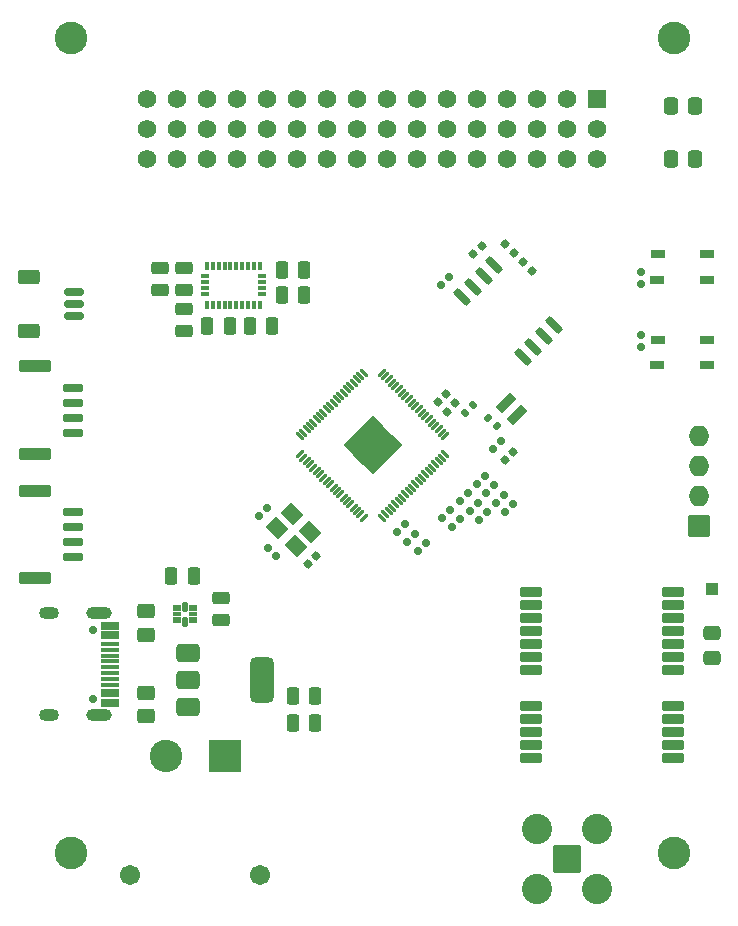
<source format=gbr>
G04 #@! TF.GenerationSoftware,KiCad,Pcbnew,8.0.4*
G04 #@! TF.CreationDate,2024-08-14T20:28:55-04:00*
G04 #@! TF.ProjectId,RP2350_80QFN_minimal,52503233-3530-45f3-9830-51464e5f6d69,REV3*
G04 #@! TF.SameCoordinates,Original*
G04 #@! TF.FileFunction,Soldermask,Top*
G04 #@! TF.FilePolarity,Negative*
%FSLAX46Y46*%
G04 Gerber Fmt 4.6, Leading zero omitted, Abs format (unit mm)*
G04 Created by KiCad (PCBNEW 8.0.4) date 2024-08-14 20:28:55*
%MOMM*%
%LPD*%
G01*
G04 APERTURE LIST*
G04 Aperture macros list*
%AMRoundRect*
0 Rectangle with rounded corners*
0 $1 Rounding radius*
0 $2 $3 $4 $5 $6 $7 $8 $9 X,Y pos of 4 corners*
0 Add a 4 corners polygon primitive as box body*
4,1,4,$2,$3,$4,$5,$6,$7,$8,$9,$2,$3,0*
0 Add four circle primitives for the rounded corners*
1,1,$1+$1,$2,$3*
1,1,$1+$1,$4,$5*
1,1,$1+$1,$6,$7*
1,1,$1+$1,$8,$9*
0 Add four rect primitives between the rounded corners*
20,1,$1+$1,$2,$3,$4,$5,0*
20,1,$1+$1,$4,$5,$6,$7,0*
20,1,$1+$1,$6,$7,$8,$9,0*
20,1,$1+$1,$8,$9,$2,$3,0*%
G04 Aperture macros list end*
%ADD10RoundRect,0.030000X-0.500000X-0.500000X0.500000X-0.500000X0.500000X0.500000X-0.500000X0.500000X0*%
%ADD11RoundRect,0.063000X-0.189000X-0.339000X0.189000X-0.339000X0.189000X0.339000X-0.189000X0.339000X0*%
%ADD12RoundRect,0.056750X-0.320250X-0.170250X0.320250X-0.170250X0.320250X0.170250X-0.320250X0.170250X0*%
%ADD13RoundRect,0.050500X-0.326500X-0.151500X0.326500X-0.151500X0.326500X0.151500X-0.326500X0.151500X0*%
%ADD14RoundRect,0.030000X0.850000X0.850000X-0.850000X0.850000X-0.850000X-0.850000X0.850000X-0.850000X0*%
%ADD15O,1.760000X1.760000*%
%ADD16RoundRect,0.165000X-0.715000X0.165000X-0.715000X-0.165000X0.715000X-0.165000X0.715000X0.165000X0*%
%ADD17RoundRect,0.265000X-1.115000X0.265000X-1.115000X-0.265000X1.115000X-0.265000X1.115000X0.265000X0*%
%ADD18C,1.712000*%
%ADD19C,2.754000*%
%ADD20RoundRect,0.102000X1.275000X1.275000X-1.275000X1.275000X-1.275000X-1.275000X1.275000X-1.275000X0*%
%ADD21RoundRect,0.263043X0.466957X-0.341957X0.466957X0.341957X-0.466957X0.341957X-0.466957X-0.341957X0*%
%ADD22RoundRect,0.263043X0.341957X0.466957X-0.341957X0.466957X-0.341957X-0.466957X0.341957X-0.466957X0*%
%ADD23RoundRect,0.265000X-0.490000X0.265000X-0.490000X-0.265000X0.490000X-0.265000X0.490000X0.265000X0*%
%ADD24RoundRect,0.030000X-0.919239X0.070711X0.070711X-0.919239X0.919239X-0.070711X-0.070711X0.919239X0*%
%ADD25RoundRect,0.030000X-0.127000X-0.337500X0.127000X-0.337500X0.127000X0.337500X-0.127000X0.337500X0*%
%ADD26RoundRect,0.030000X0.337500X-0.127000X0.337500X0.127000X-0.337500X0.127000X-0.337500X-0.127000X0*%
%ADD27RoundRect,0.215000X-0.715000X-0.215000X0.715000X-0.215000X0.715000X0.215000X-0.715000X0.215000X0*%
%ADD28RoundRect,0.165000X-0.586899X0.353553X0.353553X-0.586899X0.586899X-0.353553X-0.353553X0.586899X0*%
%ADD29RoundRect,0.390000X-0.640000X-0.390000X0.640000X-0.390000X0.640000X0.390000X-0.640000X0.390000X0*%
%ADD30RoundRect,0.515000X-0.515000X-1.415000X0.515000X-1.415000X0.515000X1.415000X-0.515000X1.415000X0*%
%ADD31RoundRect,0.030000X-0.801387X0.000000X0.000000X-0.801387X0.801387X0.000000X0.000000X0.801387X0*%
%ADD32C,0.660000*%
%ADD33RoundRect,0.070000X-0.296985X-0.197990X-0.197990X-0.296985X0.296985X0.197990X0.197990X0.296985X0*%
%ADD34RoundRect,0.070000X0.197990X-0.296985X0.296985X-0.197990X-0.197990X0.296985X-0.296985X0.197990X0*%
%ADD35RoundRect,0.030000X0.525000X0.325000X-0.525000X0.325000X-0.525000X-0.325000X0.525000X-0.325000X0*%
%ADD36RoundRect,0.264634X0.277866X0.465366X-0.277866X0.465366X-0.277866X-0.465366X0.277866X-0.465366X0*%
%ADD37RoundRect,0.264634X-0.277866X-0.465366X0.277866X-0.465366X0.277866X0.465366X-0.277866X0.465366X0*%
%ADD38RoundRect,0.262500X0.467500X-0.367500X0.467500X0.367500X-0.467500X0.367500X-0.467500X-0.367500X0*%
%ADD39RoundRect,0.264634X-0.465366X0.277866X-0.465366X-0.277866X0.465366X-0.277866X0.465366X0.277866X0*%
%ADD40RoundRect,0.150000X0.247487X0.035355X0.035355X0.247487X-0.247487X-0.035355X-0.035355X-0.247487X0*%
%ADD41RoundRect,0.150000X-0.035355X0.247487X-0.247487X0.035355X0.035355X-0.247487X0.247487X-0.035355X0*%
%ADD42RoundRect,0.150000X0.200000X-0.150000X0.200000X0.150000X-0.200000X0.150000X-0.200000X-0.150000X0*%
%ADD43RoundRect,0.262500X-0.467500X0.367500X-0.467500X-0.367500X0.467500X-0.367500X0.467500X0.367500X0*%
%ADD44RoundRect,0.150000X0.035355X-0.247487X0.247487X-0.035355X-0.035355X0.247487X-0.247487X0.035355X0*%
%ADD45RoundRect,0.030000X-0.848528X-0.353553X-0.353553X-0.848528X0.848528X0.353553X0.353553X0.848528X0*%
%ADD46RoundRect,0.205320X0.974680X0.974680X-0.974680X0.974680X-0.974680X-0.974680X0.974680X-0.974680X0*%
%ADD47C,2.560000*%
%ADD48RoundRect,0.102000X0.685000X0.685000X-0.685000X0.685000X-0.685000X-0.685000X0.685000X-0.685000X0*%
%ADD49C,1.574000*%
%ADD50RoundRect,0.165000X-0.640000X0.165000X-0.640000X-0.165000X0.640000X-0.165000X0.640000X0.165000X0*%
%ADD51RoundRect,0.262500X-0.667500X0.367500X-0.667500X-0.367500X0.667500X-0.367500X0.667500X0.367500X0*%
%ADD52C,0.710000*%
%ADD53RoundRect,0.030000X-0.725000X0.300000X-0.725000X-0.300000X0.725000X-0.300000X0.725000X0.300000X0*%
%ADD54RoundRect,0.030000X-0.725000X0.150000X-0.725000X-0.150000X0.725000X-0.150000X0.725000X0.150000X0*%
%ADD55O,2.160000X1.060000*%
%ADD56O,1.660000X1.060000*%
%ADD57RoundRect,0.265000X0.490000X-0.265000X0.490000X0.265000X-0.490000X0.265000X-0.490000X-0.265000X0*%
%ADD58RoundRect,0.265000X0.265000X0.490000X-0.265000X0.490000X-0.265000X-0.490000X0.265000X-0.490000X0*%
%ADD59RoundRect,0.155000X0.021213X-0.240416X0.240416X-0.021213X-0.021213X0.240416X-0.240416X0.021213X0*%
%ADD60RoundRect,0.265000X-0.265000X-0.490000X0.265000X-0.490000X0.265000X0.490000X-0.265000X0.490000X0*%
%ADD61RoundRect,0.030000X-0.353553X-0.021213X-0.021213X-0.353553X0.353553X0.021213X0.021213X0.353553X0*%
%ADD62RoundRect,0.030000X0.021213X-0.353553X0.353553X-0.021213X-0.021213X0.353553X-0.353553X0.021213X0*%
%ADD63RoundRect,0.155000X-0.240416X-0.021213X-0.021213X-0.240416X0.240416X0.021213X0.021213X0.240416X0*%
%ADD64RoundRect,0.155000X-0.021213X0.240416X-0.240416X0.021213X0.021213X-0.240416X0.240416X-0.021213X0*%
%ADD65C,2.760000*%
G04 APERTURE END LIST*
D10*
X178140000Y-100440000D03*
D11*
X133600000Y-103240000D03*
X133600000Y-101940000D03*
D12*
X132925000Y-102090000D03*
D13*
X132925000Y-102590000D03*
D12*
X132925000Y-103090000D03*
X134275000Y-103090000D03*
D13*
X134275000Y-102590000D03*
D12*
X134275000Y-102090000D03*
D14*
X177040000Y-95140000D03*
D15*
X177040000Y-92600000D03*
X177040000Y-90060000D03*
X177040000Y-87520000D03*
D16*
X124040000Y-93965000D03*
X124040000Y-95215000D03*
X124040000Y-96465000D03*
X124040000Y-97715000D03*
D17*
X120840000Y-92115000D03*
X120840000Y-99565000D03*
D16*
X124040000Y-83465000D03*
X124040000Y-84715000D03*
X124040000Y-85965000D03*
X124040000Y-87215000D03*
D17*
X120840000Y-81615000D03*
X120840000Y-89065000D03*
D18*
X139940000Y-124634250D03*
X128940000Y-124634250D03*
D19*
X131940000Y-114634250D03*
D20*
X136940000Y-114634250D03*
D21*
X178140000Y-106265000D03*
X178140000Y-104215000D03*
D22*
X174715000Y-59540000D03*
X176765000Y-59540000D03*
X176765000Y-64040000D03*
X174715000Y-64040000D03*
D23*
X136640000Y-101190000D03*
X136640000Y-103090000D03*
D24*
X142586446Y-94082284D03*
X144142081Y-95637919D03*
X142940000Y-96840000D03*
X141384365Y-95284365D03*
D25*
X135412500Y-73075000D03*
D26*
X135275000Y-73987500D03*
X135275000Y-74487500D03*
X135275000Y-74987500D03*
X135275000Y-75487500D03*
D25*
X135412500Y-76400000D03*
X135912500Y-76400000D03*
X136412500Y-76400000D03*
X136912500Y-76400000D03*
X137412500Y-76400000D03*
X137912500Y-76400000D03*
X138412500Y-76400000D03*
X138912500Y-76400000D03*
X139412500Y-76400000D03*
X139912500Y-76400000D03*
D26*
X140050000Y-75487500D03*
X140050000Y-74987500D03*
X140050000Y-74487500D03*
X140050000Y-73987500D03*
D25*
X139912500Y-73075000D03*
X139412500Y-73075000D03*
X138912500Y-73075000D03*
X138412500Y-73075000D03*
X137912500Y-73075000D03*
X137412500Y-73075000D03*
X136912500Y-73075000D03*
X136412500Y-73075000D03*
X135912500Y-73075000D03*
D27*
X162840000Y-100740000D03*
X162840000Y-101840000D03*
X162840000Y-102940000D03*
X162840000Y-104040000D03*
X162840000Y-105140000D03*
X162840000Y-106240000D03*
X162840000Y-107340000D03*
X162840000Y-110340000D03*
X162840000Y-111440000D03*
X162840000Y-112540000D03*
X162840000Y-113640000D03*
X162840000Y-114740000D03*
X174840000Y-114740000D03*
X174840000Y-113640000D03*
X174840000Y-112540000D03*
X174840000Y-111440000D03*
X174840000Y-110340000D03*
X174840000Y-107340000D03*
X174840000Y-106240000D03*
X174840000Y-105140000D03*
X174840000Y-104040000D03*
X174840000Y-102940000D03*
X174840000Y-101840000D03*
X174840000Y-100740000D03*
D28*
X159741454Y-73047377D03*
X158843428Y-73945403D03*
X157945403Y-74843428D03*
X157047377Y-75741454D03*
X162138546Y-80832623D03*
X163036572Y-79934597D03*
X163934597Y-79036572D03*
X164832623Y-78138546D03*
D29*
X133790000Y-105840000D03*
X133790000Y-108140000D03*
D30*
X140090000Y-108140000D03*
D29*
X133790000Y-110440000D03*
D31*
X149454859Y-89882331D03*
D32*
X149454859Y-89882331D03*
D31*
X150256246Y-89080943D03*
D32*
X150256246Y-89080943D03*
D31*
X151057634Y-88279556D03*
D32*
X151057634Y-88279556D03*
D31*
X148653472Y-89080943D03*
D32*
X148653472Y-89080943D03*
D31*
X149454859Y-88279556D03*
D32*
X149454859Y-88279556D03*
D31*
X150256246Y-87478169D03*
D32*
X150256246Y-87478169D03*
D31*
X147852084Y-88279556D03*
D32*
X147852084Y-88279556D03*
D31*
X148653472Y-87478169D03*
D32*
X148653472Y-87478169D03*
D31*
X149454859Y-86676781D03*
D32*
X149454859Y-86676781D03*
D33*
X150230202Y-82130202D03*
X150513044Y-82413045D03*
X150795887Y-82695887D03*
X151078730Y-82978730D03*
X151361572Y-83261573D03*
X151644415Y-83544415D03*
X151927258Y-83827258D03*
X152210101Y-84110101D03*
X152492943Y-84392944D03*
X152775786Y-84675786D03*
X153058629Y-84958629D03*
X153341471Y-85241472D03*
X153624314Y-85524314D03*
X153907157Y-85807157D03*
X154190000Y-86090000D03*
X154472842Y-86372843D03*
X154755685Y-86655685D03*
X155038528Y-86938528D03*
X155321370Y-87221371D03*
X155604213Y-87504213D03*
D34*
X155604213Y-89054899D03*
X155321370Y-89337741D03*
X155038528Y-89620584D03*
X154755685Y-89903427D03*
X154472842Y-90186269D03*
X154190000Y-90469112D03*
X153907157Y-90751955D03*
X153624314Y-91034798D03*
X153341471Y-91317640D03*
X153058629Y-91600483D03*
X152775786Y-91883326D03*
X152492943Y-92166168D03*
X152210101Y-92449011D03*
X151927258Y-92731854D03*
X151644415Y-93014697D03*
X151361572Y-93297539D03*
X151078730Y-93580382D03*
X150795887Y-93863225D03*
X150513044Y-94146067D03*
X150230202Y-94428910D03*
D33*
X148679516Y-94428910D03*
X148396674Y-94146067D03*
X148113831Y-93863225D03*
X147830988Y-93580382D03*
X147548146Y-93297539D03*
X147265303Y-93014697D03*
X146982460Y-92731854D03*
X146699617Y-92449011D03*
X146416775Y-92166168D03*
X146133932Y-91883326D03*
X145851089Y-91600483D03*
X145568247Y-91317640D03*
X145285404Y-91034798D03*
X145002561Y-90751955D03*
X144719718Y-90469112D03*
X144436876Y-90186269D03*
X144154033Y-89903427D03*
X143871190Y-89620584D03*
X143588348Y-89337741D03*
X143305505Y-89054899D03*
D34*
X143305505Y-87504213D03*
X143588348Y-87221371D03*
X143871190Y-86938528D03*
X144154033Y-86655685D03*
X144436876Y-86372843D03*
X144719718Y-86090000D03*
X145002561Y-85807157D03*
X145285404Y-85524314D03*
X145568247Y-85241472D03*
X145851089Y-84958629D03*
X146133932Y-84675786D03*
X146416775Y-84392944D03*
X146699617Y-84110101D03*
X146982460Y-83827258D03*
X147265303Y-83544415D03*
X147548146Y-83261573D03*
X147830988Y-82978730D03*
X148113831Y-82695887D03*
X148396674Y-82413045D03*
X148679516Y-82130202D03*
D35*
X177715000Y-74265000D03*
X173565000Y-74265000D03*
X177715000Y-72115000D03*
X173590000Y-72115000D03*
X173590000Y-79365000D03*
X177715000Y-79365000D03*
X173565000Y-81515000D03*
X177715000Y-81515000D03*
D36*
X140925000Y-78187500D03*
X139100000Y-78187500D03*
D37*
X141800000Y-75587500D03*
X143625000Y-75587500D03*
X141800000Y-73487500D03*
X143625000Y-73487500D03*
D38*
X130240000Y-111240000D03*
X130240000Y-109240000D03*
D39*
X133512500Y-76775000D03*
X133512500Y-78600000D03*
D40*
X161400624Y-72000624D03*
X160679376Y-71279376D03*
X162900624Y-73500624D03*
X162179376Y-72779376D03*
D41*
X156460624Y-84739376D03*
X155739376Y-85460624D03*
X155660624Y-83939376D03*
X154939376Y-84660624D03*
D42*
X172140000Y-78980001D03*
X172140000Y-79999999D03*
D43*
X130240000Y-102340000D03*
X130240000Y-104340000D03*
D42*
X172140000Y-74600000D03*
X172140000Y-73580000D03*
D41*
X161360624Y-88839376D03*
X160639376Y-89560624D03*
X143939376Y-98360624D03*
X144660624Y-97639376D03*
D44*
X157979376Y-72100624D03*
X158700624Y-71379376D03*
D45*
X160705025Y-84705025D03*
X161694975Y-85694975D03*
D46*
X165900000Y-123300000D03*
D47*
X168440000Y-125840000D03*
X168440000Y-120760000D03*
X163360000Y-125840000D03*
X163360000Y-120760000D03*
D48*
X168480000Y-58940000D03*
D49*
X168480000Y-61480000D03*
X168480000Y-64020000D03*
X165940000Y-58940000D03*
X165940000Y-61480000D03*
X165940000Y-64020000D03*
X163400000Y-58940000D03*
X163400000Y-61480000D03*
X163400000Y-64020000D03*
X160860000Y-58940000D03*
X160860000Y-61480000D03*
X160860000Y-64020000D03*
X158320000Y-58940000D03*
X158320000Y-61480000D03*
X158320000Y-64020000D03*
X155780000Y-58940000D03*
X155780000Y-61480000D03*
X155780000Y-64020000D03*
X153240000Y-58940000D03*
X153240000Y-61480000D03*
X153240000Y-64020000D03*
X150700000Y-58940000D03*
X150700000Y-61480000D03*
X150700000Y-64020000D03*
X148160000Y-58940000D03*
X148160000Y-61480000D03*
X148160000Y-64020000D03*
X145620000Y-58940000D03*
X145620000Y-61480000D03*
X145620000Y-64020000D03*
X143080000Y-58940000D03*
X143080000Y-61480000D03*
X143080000Y-64020000D03*
X140540000Y-58940000D03*
X140540000Y-61480000D03*
X140540000Y-64020000D03*
X138000000Y-58940000D03*
X138000000Y-61480000D03*
X138000000Y-64020000D03*
X135460000Y-58940000D03*
X135460000Y-61480000D03*
X135460000Y-64020000D03*
X132920000Y-58940000D03*
X132920000Y-61480000D03*
X132920000Y-64020000D03*
X130380000Y-58940000D03*
X130380000Y-61480000D03*
X130380000Y-64020000D03*
D50*
X124190000Y-75340000D03*
X124190000Y-76340000D03*
X124190000Y-77340000D03*
D51*
X120315000Y-74040000D03*
X120315000Y-78640000D03*
D52*
X125730000Y-103950000D03*
X125730000Y-109730000D03*
D53*
X127175000Y-103590000D03*
X127175000Y-104390000D03*
D54*
X127175000Y-105590000D03*
X127175000Y-106590000D03*
X127175000Y-107090000D03*
X127175000Y-108090000D03*
D53*
X127175000Y-109290000D03*
X127175000Y-110090000D03*
X127175000Y-110090000D03*
X127175000Y-109290000D03*
D54*
X127175000Y-108590000D03*
X127175000Y-107590000D03*
X127175000Y-106090000D03*
X127175000Y-105090000D03*
D53*
X127175000Y-104390000D03*
X127175000Y-103590000D03*
D55*
X126260000Y-102520000D03*
D56*
X122080000Y-102520000D03*
D55*
X126260000Y-111160000D03*
D56*
X122080000Y-111160000D03*
D57*
X131412500Y-75137500D03*
X131412500Y-73237500D03*
X133512500Y-75137500D03*
X133512500Y-73237500D03*
D58*
X137362500Y-78187500D03*
X135462500Y-78187500D03*
D59*
X155360589Y-94439411D03*
X156039411Y-93760589D03*
X158460589Y-94639411D03*
X159139411Y-93960589D03*
D60*
X142690000Y-111840000D03*
X144590000Y-111840000D03*
D59*
X157660589Y-93839411D03*
X158339411Y-93160589D03*
X156860589Y-93039411D03*
X157539411Y-92360589D03*
X160660589Y-93939411D03*
X161339411Y-93260589D03*
X156160589Y-95239411D03*
X156839411Y-94560589D03*
X159860589Y-93139411D03*
X160539411Y-92460589D03*
X159060589Y-92339411D03*
X159739411Y-91660589D03*
X158260589Y-91539411D03*
X158939411Y-90860589D03*
X153260589Y-97239411D03*
X153939411Y-96560589D03*
X152360589Y-96439411D03*
X153039411Y-95760589D03*
X159660589Y-88639411D03*
X160339411Y-87960589D03*
X151520589Y-95599411D03*
X152199411Y-94920589D03*
D61*
X159235840Y-85935840D03*
X159964160Y-86664160D03*
D62*
X157235840Y-85564160D03*
X157964160Y-84835840D03*
D60*
X142690000Y-109540000D03*
X144590000Y-109540000D03*
D63*
X140560589Y-96960589D03*
X141239411Y-97639411D03*
D64*
X139860589Y-94239411D03*
X140539411Y-93560589D03*
D59*
X155261178Y-74679411D03*
X155940000Y-74000589D03*
D60*
X132390000Y-99340000D03*
X134290000Y-99340000D03*
D65*
X123940000Y-53840000D03*
X174940000Y-53840000D03*
X174940000Y-122840000D03*
X123940000Y-122840000D03*
M02*

</source>
